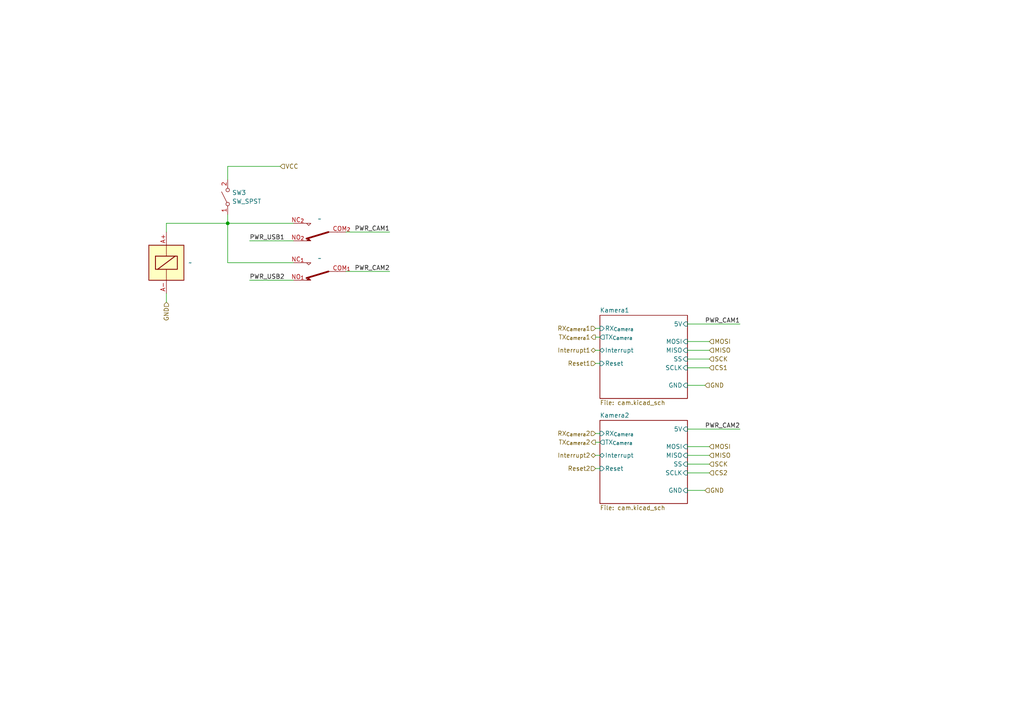
<source format=kicad_sch>
(kicad_sch (version 20250114) (generator "eeschema") (generator_version "9.0")
  (paper "A4")
  (lib_symbols
    (symbol "RobotikV4:AZ8521-5"
      (symbol "AZ8521-5_1_1"
        (rectangle (start -5.08 5.08) (end 5.08 -5.08) (stroke (width 0.254)) (fill (type background)))
        (rectangle (start -3.175 1.905) (end 3.175 -1.905) (stroke (width 0.254)))
        (polyline (pts (xy -2.54 -1.905) (xy 2.54 1.905)) (stroke (width 0.254)))
        (polyline (pts (xy 0 5.08) (xy 0 1.905)))
        (polyline (pts (xy 0 -5.08) (xy 0 -1.905)))
        (pin passive line (at 0 8.89 270) (length 3.81) (name "~") (number "A+"))
        (pin passive line (at 0 -8.89 90) (length 3.81) (name "~") (number "A-"))
      )
      (symbol "AZ8521-5_2_1"
        (polyline (pts (xy -2.54 3.81) (xy -2.54 1.27) (xy -1.905 1.905) (xy -2.54 2.54)) (fill (type outline)))
        (polyline (pts (xy 0 -3.81) (xy -1.905 2.54)) (stroke (width 0.508)))
        (polyline (pts (xy 0 -3.81) (xy 0 -6.35)))
        (polyline (pts (xy 2.54 3.81) (xy 2.54 1.27) (xy 1.905 1.905) (xy 2.54 2.54)))
        (pin passive line (at -2.54 6.35 270) (length 2.54) (name "~") (number "NO_{1}"))
        (pin passive line (at 0 -8.89 90) (length 2.54) (name "~") (number "COM_{1}"))
        (pin passive line (at 2.54 6.35 270) (length 2.54) (name "~") (number "NC_{1}"))
      )
      (symbol "AZ8521-5_3_1"
        (polyline (pts (xy -2.54 3.81) (xy -2.54 1.27) (xy -1.905 1.905) (xy -2.54 2.54)) (fill (type outline)))
        (polyline (pts (xy 0 -3.81) (xy -1.905 2.54)) (stroke (width 0.508)))
        (polyline (pts (xy 0 -3.81) (xy 0 -6.35)))
        (polyline (pts (xy 2.54 3.81) (xy 2.54 1.27) (xy 1.905 1.905) (xy 2.54 2.54)))
        (pin passive line (at -2.54 6.35 270) (length 2.54) (name "~") (number "NO_{2}"))
        (pin passive line (at 0 -8.89 90) (length 2.54) (name "~") (number "COM_{2}"))
        (pin passive line (at 2.54 6.35 270) (length 2.54) (name "~") (number "NC_{2}"))
      )
    )
    (symbol "Switch:SW_SPST" (pin_names (offset 0) (hide yes))
      (property "Reference" "SW" (at 0 3.175 0))
      (property "Value" "SW_SPST" (at 0 -2.54 0))
      (symbol "SW_SPST_0_0"
        (circle (center -2.032 0) (radius 0.508))
        (polyline (pts (xy -1.524 0.254) (xy 1.524 1.778)))
        (circle (center 2.032 0) (radius 0.508))
      )
      (symbol "SW_SPST_1_1"
        (pin passive line (at -5.08 0 0) (length 2.54) (name "A") (number "1"))
        (pin passive line (at 5.08 0 180) (length 2.54) (name "B") (number "2"))
      )
    )
  )
  (junction (at 66.04 64.77))
  (wire (pts (xy 205.74 134.62) (xy 199.39 134.62)))
  (wire (pts (xy 72.39 81.28) (xy 85.09 81.28)))
  (wire (pts (xy 113.03 67.31) (xy 100.33 67.31)))
  (wire (pts (xy 199.39 124.46) (xy 214.63 124.46)))
  (wire (pts (xy 66.04 48.26) (xy 81.28 48.26)))
  (wire (pts (xy 199.39 142.24) (xy 204.47 142.24)))
  (wire (pts (xy 199.39 93.98) (xy 214.63 93.98)))
  (wire (pts (xy 199.39 111.76) (xy 204.47 111.76)))
  (wire (pts (xy 172.72 132.08) (xy 173.99 132.08)))
  (wire (pts (xy 205.74 132.08) (xy 199.39 132.08)))
  (wire (pts (xy 205.74 104.14) (xy 199.39 104.14)))
  (wire (pts (xy 48.26 64.77) (xy 66.04 64.77)))
  (wire (pts (xy 66.04 64.77) (xy 85.09 64.77)))
  (wire (pts (xy 172.72 105.41) (xy 173.99 105.41)))
  (wire (pts (xy 172.72 101.6) (xy 173.99 101.6)))
  (wire (pts (xy 72.39 69.85) (xy 85.09 69.85)))
  (wire (pts (xy 172.72 135.89) (xy 173.99 135.89)))
  (wire (pts (xy 48.26 85.09) (xy 48.26 87.63)))
  (wire (pts (xy 172.72 125.73) (xy 173.99 125.73)))
  (wire (pts (xy 172.72 95.25) (xy 173.99 95.25)))
  (wire (pts (xy 205.74 129.54) (xy 199.39 129.54)))
  (wire (pts (xy 205.74 106.68) (xy 199.39 106.68)))
  (wire (pts (xy 66.04 48.26) (xy 66.04 52.07)))
  (wire (pts (xy 172.72 128.27) (xy 173.99 128.27)))
  (wire (pts (xy 205.74 137.16) (xy 199.39 137.16)))
  (wire (pts (xy 113.03 78.74) (xy 100.33 78.74)))
  (wire (pts (xy 66.04 76.2) (xy 66.04 64.77)))
  (wire (pts (xy 85.09 76.2) (xy 66.04 76.2)))
  (wire (pts (xy 172.72 97.79) (xy 173.99 97.79)))
  (wire (pts (xy 66.04 62.23) (xy 66.04 64.77)))
  (wire (pts (xy 205.74 99.06) (xy 199.39 99.06)))
  (wire (pts (xy 205.74 101.6) (xy 199.39 101.6)))
  (wire (pts (xy 48.26 67.31) (xy 48.26 64.77)))
  (label "PWR_CAM1" (at 113.03 67.31 180))
  (label "PWR_USB2" (at 72.39 81.28 0))
  (label "PWR_CAM1" (at 214.63 93.98 180))
  (label "PWR_CAM2" (at 214.63 124.46 180))
  (label "PWR_CAM2" (at 113.03 78.74 180))
  (label "PWR_USB1" (at 72.39 69.85 0))
  (hierarchical_label "RX_{Camera}2" (shape input) (at 172.72 125.73 180))
  (hierarchical_label "TX_{Camera}2" (shape output) (at 172.72 128.27 180))
  (hierarchical_label "VCC" (shape input) (at 81.28 48.26 0))
  (hierarchical_label "Reset1" (shape input) (at 172.72 105.41 180))
  (hierarchical_label "Reset2" (shape input) (at 172.72 135.89 180))
  (hierarchical_label "MISO" (shape input) (at 205.74 132.08 0))
  (hierarchical_label "SCK" (shape input) (at 205.74 104.14 0))
  (hierarchical_label "GND" (shape input) (at 204.47 142.24 0))
  (hierarchical_label "Interrupt2" (shape bidirectional) (at 172.72 132.08 180))
  (hierarchical_label "CS2" (shape input) (at 205.74 137.16 0))
  (hierarchical_label "RX_{Camera}1" (shape input) (at 172.72 95.25 180))
  (hierarchical_label "GND" (shape input) (at 204.47 111.76 0))
  (hierarchical_label "CS1" (shape input) (at 205.74 106.68 0))
  (hierarchical_label "TX_{Camera}1" (shape output) (at 172.72 97.79 180))
  (hierarchical_label "Interrupt1" (shape bidirectional) (at 172.72 101.6 180))
  (hierarchical_label "MISO" (shape input) (at 205.74 101.6 0))
  (hierarchical_label "MOSI" (shape input) (at 205.74 99.06 0))
  (hierarchical_label "MOSI" (shape input) (at 205.74 129.54 0))
  (hierarchical_label "GND" (shape input) (at 48.26 87.63 270))
  (hierarchical_label "SCK" (shape input) (at 205.74 134.62 0))
  (symbol (lib_id "RobotikV4:AZ8521-5") (at 91.44 67.31 90) (unit 3)
    (property "Reference" "U1" (effects (hide yes)))
    (property "Value" "~" (at 92.71 63.5 90))
    (property "Footprint" "Robotik:Untitled" (effects (hide yes)))
  )
  (symbol (lib_id "Switch:SW_SPST") (at 66.04 57.15 90) (unit 1)
    (property "Reference" "SW3" (at 67.31 55.8799 90) (effects (justify right)))
    (property "Value" "SW_SPST" (at 67.31 58.4199 90) (effects (justify right)))
    (property "Footprint" "Connector_PinHeader_2.54mm:PinHeader_1x02_P2.54mm_Vertical" (effects (hide yes)))
    (property "Description" "Single Pole Single Throw (SPST) switch" (effects (hide yes)))
  )
  (symbol (lib_id "RobotikV4:AZ8521-5") (at 91.44 78.74 90) (unit 2)
    (property "Reference" "U1" (effects (hide yes)))
    (property "Value" "~" (at 92.71 74.93 90))
    (property "Footprint" "Robotik:Untitled" (effects (hide yes)))
  )
  (symbol (lib_id "RobotikV4:AZ8521-5") (at 48.26 76.2 0) (unit 1)
    (property "Reference" "U1" (effects (hide yes)))
    (property "Value" "~" (at 54.61 76.2 0) (effects (justify left)))
    (property "Footprint" "Robotik:Untitled" (effects (hide yes)))
  )
  (sheet (at 173.99 121.92) (size 25.4 24.13) (stroke (width 0.1524))
    (property "Sheetname" "Kamera2" (at 173.99 121.2084 0) (effects (justify left bottom)))
    (property "Sheetfile" "cam.kicad_sch" (at 173.99 146.558 0) (effects (justify left top)))
    (pin "Interrupt" bidirectional (at 173.99 132.08 180))
    (pin "RX_{Camera}" input (at 173.99 125.73 180))
    (pin "TX_{Camera}" output (at 173.99 128.27 180))
    (pin "GND" input (at 199.39 142.24 0))
    (pin "Reset" input (at 173.99 135.89 180))
    (pin "5V" input (at 199.39 124.46 0))
    (pin "MOSI" input (at 199.39 129.54 0))
    (pin "SCLK" input (at 199.39 137.16 0))
    (pin "SS" input (at 199.39 134.62 0))
    (pin "MISO" input (at 199.39 132.08 0))
  )
  (sheet (at 173.99 91.44) (size 25.4 24.13) (stroke (width 0.1524))
    (property "Sheetname" "Kamera1" (at 173.99 90.7284 0) (effects (justify left bottom)))
    (property "Sheetfile" "cam.kicad_sch" (at 173.99 116.078 0) (effects (justify left top)))
    (pin "Interrupt" bidirectional (at 173.99 101.6 180))
    (pin "RX_{Camera}" input (at 173.99 95.25 180))
    (pin "TX_{Camera}" output (at 173.99 97.79 180))
    (pin "GND" input (at 199.39 111.76 0))
    (pin "Reset" input (at 173.99 105.41 180))
    (pin "5V" input (at 199.39 93.98 0))
    (pin "MOSI" input (at 199.39 99.06 0))
    (pin "SCLK" input (at 199.39 106.68 0))
    (pin "SS" input (at 199.39 104.14 0))
    (pin "MISO" input (at 199.39 101.6 0))
  )
)
</source>
